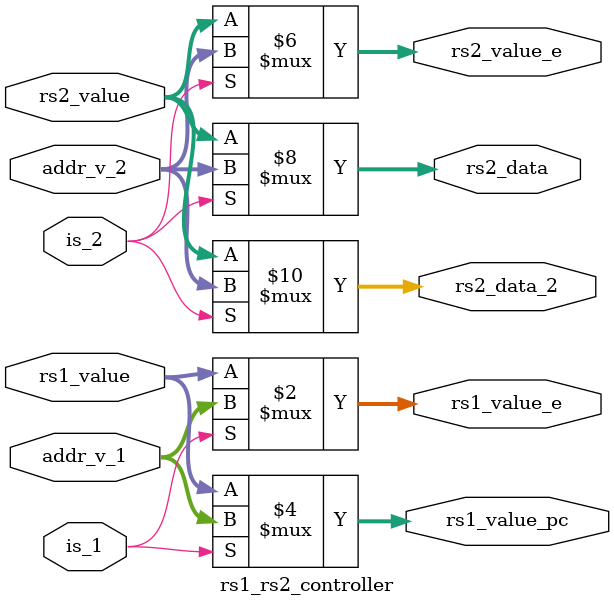
<source format=v>
`timescale 1ns / 1ps


module rs1_rs2_controller(
    input wire [31:0] rs1_value,
    input wire [31:0] rs2_value,
    input wire [31:0] addr_v_1,
    input wire [31:0] addr_v_2,
    input wire is_1,
    input wire is_2,

    output wire [31:0] rs1_value_e, output wire [31:0] rs2_value_e, output wire [31:0] rs2_data, 
    output wire [31:0] rs2_data_2, output wire [31:0] rs1_value_pc
    );
    assign rs1_value_e = (is_1 == 1'd1) ? addr_v_1 : rs1_value;
    assign rs1_value_pc = (is_1 == 1'd1) ? addr_v_1 : rs1_value;
    assign rs2_value_e = (is_2 == 1'd1) ? addr_v_2 : rs2_value;
    assign rs2_data = (is_2 == 1'd1) ? addr_v_2 : rs2_value;
    assign rs2_data_2 = (is_2 == 1'd1) ? addr_v_2 : rs2_value;
endmodule

</source>
